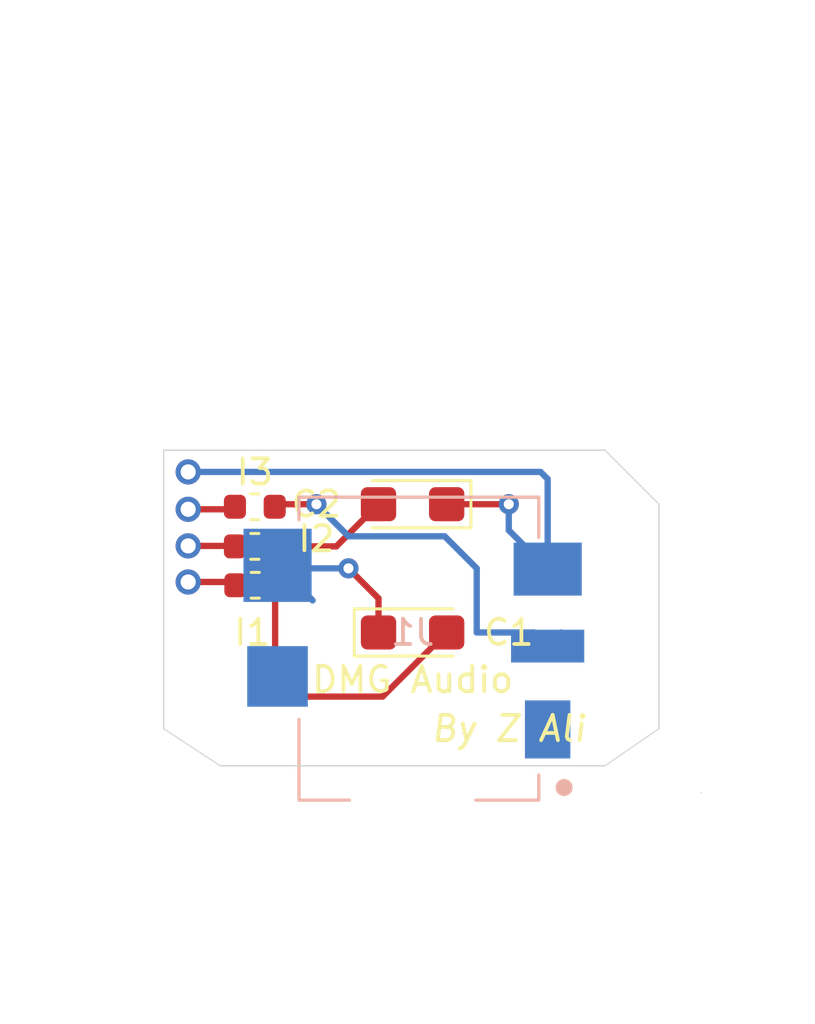
<source format=kicad_pcb>
(kicad_pcb (version 20171130) (host pcbnew "(5.1.6)-1")

  (general
    (thickness 1.6)
    (drawings 10)
    (tracks 45)
    (zones 0)
    (modules 9)
    (nets 1)
  )

  (page A4)
  (layers
    (0 F.Cu signal)
    (31 B.Cu signal)
    (32 B.Adhes user)
    (33 F.Adhes user)
    (34 B.Paste user)
    (35 F.Paste user)
    (36 B.SilkS user)
    (37 F.SilkS user)
    (38 B.Mask user)
    (39 F.Mask user)
    (40 Dwgs.User user)
    (41 Cmts.User user)
    (42 Eco1.User user)
    (43 Eco2.User user)
    (44 Edge.Cuts user)
    (45 Margin user)
    (46 B.CrtYd user)
    (47 F.CrtYd user)
    (48 B.Fab user)
    (49 F.Fab user)
  )

  (setup
    (last_trace_width 0.25)
    (trace_clearance 0.2)
    (zone_clearance 0.508)
    (zone_45_only no)
    (trace_min 0.2)
    (via_size 0.8)
    (via_drill 0.4)
    (via_min_size 0.4)
    (via_min_drill 0.3)
    (uvia_size 0.3)
    (uvia_drill 0.1)
    (uvias_allowed no)
    (uvia_min_size 0.2)
    (uvia_min_drill 0.1)
    (edge_width 0.05)
    (segment_width 0.2)
    (pcb_text_width 0.3)
    (pcb_text_size 1.5 1.5)
    (mod_edge_width 0.12)
    (mod_text_size 1 1)
    (mod_text_width 0.15)
    (pad_size 2.4 2.4)
    (pad_drill 0)
    (pad_to_mask_clearance 0.05)
    (aux_axis_origin 0 0)
    (grid_origin 104.14 52.07)
    (visible_elements 7FFFFFFF)
    (pcbplotparams
      (layerselection 0x3fff3_ffffffff)
      (usegerberextensions false)
      (usegerberattributes true)
      (usegerberadvancedattributes true)
      (creategerberjobfile true)
      (excludeedgelayer true)
      (linewidth 0.100000)
      (plotframeref false)
      (viasonmask false)
      (mode 1)
      (useauxorigin false)
      (hpglpennumber 1)
      (hpglpenspeed 20)
      (hpglpendiameter 15.000000)
      (psnegative false)
      (psa4output false)
      (plotreference true)
      (plotvalue true)
      (plotinvisibletext false)
      (padsonsilk false)
      (subtractmaskfromsilk false)
      (outputformat 1)
      (mirror false)
      (drillshape 0)
      (scaleselection 1)
      (outputdirectory "gerber_DMG_Audio/"))
  )

  (net 0 "")

  (net_class Default "This is the default net class."
    (clearance 0.2)
    (trace_width 0.25)
    (via_dia 0.8)
    (via_drill 0.4)
    (uvia_dia 0.3)
    (uvia_drill 0.1)
  )

  (module SJ1-3515-SMT:CUI_SJ1-3515-SMT (layer B.Cu) (tedit 5F887555) (tstamp 5F88CECB)
    (at 118.11 60.56 90)
    (fp_text reference J1 (at 2.14 0) (layer B.SilkS)
      (effects (font (size 1.00022 1.00022) (thickness 0.15)) (justify mirror))
    )
    (fp_text value CUI_SJ1-3515-SMT (at 5.66222 -8.63841 270) (layer B.Fab)
      (effects (font (size 1.000394 1.000394) (thickness 0.015)) (justify mirror))
    )
    (fp_line (start -4.5 2.5) (end -7.5 2.5) (layer B.Fab) (width 0.127))
    (fp_line (start -7.5 2.5) (end -7.5 -2.5) (layer B.Fab) (width 0.127))
    (fp_line (start -7.5 -2.5) (end -4.5 -2.5) (layer B.Fab) (width 0.127))
    (fp_line (start -4.5 -2.5) (end -4.5 -4.5) (layer B.Fab) (width 0.127))
    (fp_line (start -4.5 -4.5) (end 7.5 -4.5) (layer B.Fab) (width 0.127))
    (fp_line (start 7.5 -4.5) (end 7.5 5) (layer B.Fab) (width 0.127))
    (fp_line (start 7.5 5) (end -4.5 5) (layer B.Fab) (width 0.127))
    (fp_line (start -4.5 5) (end -4.5 2.5) (layer B.Fab) (width 0.127))
    (fp_line (start -3.5 5) (end -4.5 5) (layer B.SilkS) (width 0.127))
    (fp_line (start -4.5 5) (end -4.5 2.5) (layer B.SilkS) (width 0.127))
    (fp_line (start -1.3 -4.5) (end -4.5 -4.5) (layer B.SilkS) (width 0.127))
    (fp_line (start -4.5 -4.5) (end -4.5 -2.5) (layer B.SilkS) (width 0.127))
    (fp_line (start 5.9 5) (end 7.5 5) (layer B.SilkS) (width 0.127))
    (fp_line (start 7.5 5) (end 7.5 -4.5) (layer B.SilkS) (width 0.127))
    (fp_line (start 7.5 -4.5) (end 6.6 -4.5) (layer B.SilkS) (width 0.127))
    (fp_line (start 7.75 6.95) (end -4.75 6.95) (layer B.CrtYd) (width 0.05))
    (fp_line (start -4.75 6.95) (end -4.75 2.75) (layer B.CrtYd) (width 0.05))
    (fp_line (start -4.75 2.75) (end -7.75 2.75) (layer B.CrtYd) (width 0.05))
    (fp_line (start -7.75 2.75) (end -7.75 -2.75) (layer B.CrtYd) (width 0.05))
    (fp_line (start -7.75 -2.75) (end -4.75 -2.75) (layer B.CrtYd) (width 0.05))
    (fp_line (start -4.75 -2.75) (end -4.75 -6.95) (layer B.CrtYd) (width 0.05))
    (fp_line (start -4.75 -6.95) (end 7.75 -6.95) (layer B.CrtYd) (width 0.05))
    (fp_line (start 7.75 -6.95) (end 7.75 6.95) (layer B.CrtYd) (width 0.05))
    (fp_circle (center -4 6) (end -3.83 6) (layer B.SilkS) (width 0.34))
    (pad 11 smd rect (at 1.6 5.35 90) (size 1.3 2.9) (layers B.Cu B.Paste B.Mask))
    (pad 3 smd rect (at 4.65 5.35 90) (size 2.1 2.7) (layers B.Cu B.Paste B.Mask))
    (pad 10 smd rect (at 0.4 -5.35 90) (size 2.4 2.4) (layers B.Cu B.Paste B.Mask))
    (pad 2 smd rect (at 4.8 -5.35 90) (size 2.9 2.7) (layers B.Cu B.Paste B.Mask))
    (pad 1 smd rect (at -1.7 5.35 90) (size 2.3 1.8) (layers B.Cu B.Paste B.Mask))
    (pad None np_thru_hole circle (at 4.5 0 90) (size 1.6 1.6) (drill 1.6) (layers *.Cu *.Mask))
    (pad None np_thru_hole circle (at -1.5 0 90) (size 1.6 1.6) (drill 1.6) (layers *.Cu *.Mask))
  )

  (module Connector_Wire:SolderWire-0.1sqmm_1x04_P3.6mm_D0.4mm_OD1mm (layer F.Cu) (tedit 5F7DEA8C) (tstamp 5F64E5D8)
    (at 111.76 48.26 270)
    (descr "Soldered wire connection, for 4 times 0.1 mm² wires, basic insulation, conductor diameter 0.4mm, outer diameter 1mm, size source Multi-Contact FLEXI-E 0.1 (https://ec.staubli.com/AcroFiles/Catalogues/TM_Cab-Main-11014119_(en)_hi.pdf), bend radius 3 times outer diameter, generated with kicad-footprint-generator")
    (tags "connector wire 0.1sqmm")
    (attr virtual)
    (fp_text reference P1 (at 0 -2 270) (layer F.SilkS) hide
      (effects (font (size 1 1) (thickness 0.15)))
    )
    (fp_text value SolderWire-0.1sqmm_1x04_P3.6mm_D0.4mm_OD1mm (at 5.4 6.35 270) (layer F.Fab)
      (effects (font (size 1 1) (thickness 0.15)))
    )
    (fp_circle (center 8.16 2.54) (end 8.66 2.54) (layer F.Fab) (width 0.1))
    (fp_circle (center 6.73 2.54) (end 7.23 2.54) (layer F.Fab) (width 0.1))
    (fp_circle (center 5.28 2.54) (end 5.78 2.54) (layer F.Fab) (width 0.1))
    (fp_circle (center 3.8 2.54) (end 4.3 2.54) (layer F.Fab) (width 0.1))
    (pad 4 thru_hole circle (at 8.16 2.54 270) (size 1 1) (drill 0.6) (layers *.Cu *.Mask))
    (pad 3 thru_hole circle (at 6.73 2.54 270) (size 1 1) (drill 0.6) (layers *.Cu *.Mask))
    (pad 2 thru_hole circle (at 5.28 2.54 270) (size 1 1) (drill 0.6) (layers *.Cu *.Mask))
    (pad 1 thru_hole circle (at 3.8 2.54 270) (size 1 1) (drill 0.6) (layers *.Cu *.Mask))
    (model ${KISYS3DMOD}/Connector_Wire.3dshapes/SolderWire-0.1sqmm_1x04_P3.6mm_D0.4mm_OD1mm.wrl
      (at (xyz 0 0 0))
      (scale (xyz 1 1 1))
      (rotate (xyz 0 0 0))
    )
  )

  (module Capacitor_Tantalum_SMD:CP_EIA-3216-10_Kemet-I (layer F.Cu) (tedit 5B301BBE) (tstamp 5F6503BA)
    (at 118.11 53.34 180)
    (descr "Tantalum Capacitor SMD Kemet-I (3216-10 Metric), IPC_7351 nominal, (Body size from: http://www.kemet.com/Lists/ProductCatalog/Attachments/253/KEM_TC101_STD.pdf), generated with kicad-footprint-generator")
    (tags "capacitor tantalum")
    (attr smd)
    (fp_text reference C2 (at 3.81 0) (layer F.SilkS)
      (effects (font (size 1 1) (thickness 0.15)))
    )
    (fp_text value CP_EIA-3216-10_Kemet-I (at 0 1.75) (layer F.Fab)
      (effects (font (size 1 1) (thickness 0.15)))
    )
    (fp_line (start 2.3 1.05) (end -2.3 1.05) (layer F.CrtYd) (width 0.05))
    (fp_line (start 2.3 -1.05) (end 2.3 1.05) (layer F.CrtYd) (width 0.05))
    (fp_line (start -2.3 -1.05) (end 2.3 -1.05) (layer F.CrtYd) (width 0.05))
    (fp_line (start -2.3 1.05) (end -2.3 -1.05) (layer F.CrtYd) (width 0.05))
    (fp_line (start -2.31 0.935) (end 1.6 0.935) (layer F.SilkS) (width 0.12))
    (fp_line (start -2.31 -0.935) (end -2.31 0.935) (layer F.SilkS) (width 0.12))
    (fp_line (start 1.6 -0.935) (end -2.31 -0.935) (layer F.SilkS) (width 0.12))
    (fp_line (start 1.6 0.8) (end 1.6 -0.8) (layer F.Fab) (width 0.1))
    (fp_line (start -1.6 0.8) (end 1.6 0.8) (layer F.Fab) (width 0.1))
    (fp_line (start -1.6 -0.4) (end -1.6 0.8) (layer F.Fab) (width 0.1))
    (fp_line (start -1.2 -0.8) (end -1.6 -0.4) (layer F.Fab) (width 0.1))
    (fp_line (start 1.6 -0.8) (end -1.2 -0.8) (layer F.Fab) (width 0.1))
    (fp_text user %R (at 0 0) (layer F.Fab)
      (effects (font (size 0.8 0.8) (thickness 0.12)))
    )
    (pad 1 smd roundrect (at -1.35 0 180) (size 1.4 1.35) (layers F.Cu F.Paste F.Mask) (roundrect_rratio 0.185185))
    (pad 2 smd roundrect (at 1.35 0 180) (size 1.4 1.35) (layers F.Cu F.Paste F.Mask) (roundrect_rratio 0.185185))
    (model ${KISYS3DMOD}/Capacitor_Tantalum_SMD.3dshapes/CP_EIA-3216-10_Kemet-I.wrl
      (at (xyz 0 0 0))
      (scale (xyz 1 1 1))
      (rotate (xyz 0 0 0))
    )
  )

  (module Capacitor_Tantalum_SMD:CP_EIA-3216-10_Kemet-I (layer F.Cu) (tedit 5B301BBE) (tstamp 5F650236)
    (at 118.11 58.42)
    (descr "Tantalum Capacitor SMD Kemet-I (3216-10 Metric), IPC_7351 nominal, (Body size from: http://www.kemet.com/Lists/ProductCatalog/Attachments/253/KEM_TC101_STD.pdf), generated with kicad-footprint-generator")
    (tags "capacitor tantalum")
    (attr smd)
    (fp_text reference C1 (at 3.81 0) (layer F.SilkS)
      (effects (font (size 1 1) (thickness 0.15)))
    )
    (fp_text value CP_EIA-3216-10_Kemet-I (at 0 6.35) (layer F.Fab)
      (effects (font (size 1 1) (thickness 0.15)))
    )
    (fp_line (start 2.3 1.05) (end -2.3 1.05) (layer F.CrtYd) (width 0.05))
    (fp_line (start 2.3 -1.05) (end 2.3 1.05) (layer F.CrtYd) (width 0.05))
    (fp_line (start -2.3 -1.05) (end 2.3 -1.05) (layer F.CrtYd) (width 0.05))
    (fp_line (start -2.3 1.05) (end -2.3 -1.05) (layer F.CrtYd) (width 0.05))
    (fp_line (start -2.31 0.935) (end 1.6 0.935) (layer F.SilkS) (width 0.12))
    (fp_line (start -2.31 -0.935) (end -2.31 0.935) (layer F.SilkS) (width 0.12))
    (fp_line (start 1.6 -0.935) (end -2.31 -0.935) (layer F.SilkS) (width 0.12))
    (fp_line (start 1.6 0.8) (end 1.6 -0.8) (layer F.Fab) (width 0.1))
    (fp_line (start -1.6 0.8) (end 1.6 0.8) (layer F.Fab) (width 0.1))
    (fp_line (start -1.6 -0.4) (end -1.6 0.8) (layer F.Fab) (width 0.1))
    (fp_line (start -1.2 -0.8) (end -1.6 -0.4) (layer F.Fab) (width 0.1))
    (fp_line (start 1.6 -0.8) (end -1.2 -0.8) (layer F.Fab) (width 0.1))
    (fp_text user %R (at 0 0) (layer F.Fab)
      (effects (font (size 0.8 0.8) (thickness 0.12)))
    )
    (pad 2 smd roundrect (at 1.35 0) (size 1.4 1.35) (layers F.Cu F.Paste F.Mask) (roundrect_rratio 0.185185))
    (pad 1 smd roundrect (at -1.35 0) (size 1.4 1.35) (layers F.Cu F.Paste F.Mask) (roundrect_rratio 0.185185))
    (model ${KISYS3DMOD}/Capacitor_Tantalum_SMD.3dshapes/CP_EIA-3216-10_Kemet-I.wrl
      (at (xyz 0 0 0))
      (scale (xyz 1 1 1))
      (rotate (xyz 0 0 0))
    )
  )

  (module MountingHole:MountingHole_2.5mm (layer F.Cu) (tedit 56D1B4CB) (tstamp 5F650AA0)
    (at 126 60.96)
    (descr "Mounting Hole 2.5mm, no annular")
    (tags "mounting hole 2.5mm no annular")
    (attr virtual)
    (fp_text reference M2 (at 2.54 2.54) (layer F.SilkS) hide
      (effects (font (size 1 1) (thickness 0.15)))
    )
    (fp_text value MountingHole_2.5mm (at 0 3.5) (layer F.Fab)
      (effects (font (size 1 1) (thickness 0.15)))
    )
    (fp_circle (center 0 0) (end 2.75 0) (layer F.CrtYd) (width 0.05))
    (fp_circle (center 0 0) (end 2.5 0) (layer Cmts.User) (width 0.15))
    (fp_text user %R (at 0.3 0) (layer F.Fab)
      (effects (font (size 1 1) (thickness 0.15)))
    )
    (pad 1 np_thru_hole circle (at 0 0) (size 2.5 2.5) (drill 2.5) (layers *.Cu *.Mask))
  )

  (module MountingHole:MountingHole_2.5mm (layer F.Cu) (tedit 56D1B4CB) (tstamp 5F650A7C)
    (at 109.82 60.97)
    (descr "Mounting Hole 2.5mm, no annular")
    (tags "mounting hole 2.5mm no annular")
    (attr virtual)
    (fp_text reference M1 (at -2.54 2.54) (layer F.SilkS) hide
      (effects (font (size 1 1) (thickness 0.15)))
    )
    (fp_text value MountingHole_2.5mm (at 0 3.5) (layer F.Fab)
      (effects (font (size 1 1) (thickness 0.15)))
    )
    (fp_circle (center 0 0) (end 2.75 0) (layer F.CrtYd) (width 0.05))
    (fp_circle (center 0 0) (end 2.5 0) (layer Cmts.User) (width 0.15))
    (fp_text user %R (at 0.3 0) (layer F.Fab)
      (effects (font (size 1 1) (thickness 0.15)))
    )
    (pad 1 np_thru_hole circle (at 0 0) (size 2.5 2.5) (drill 2.5) (layers *.Cu *.Mask))
  )

  (module Inductor_SMD:L_0603_1608Metric (layer F.Cu) (tedit 5B301BBE) (tstamp 5F64E89F)
    (at 111.86 55.01)
    (descr "Inductor SMD 0603 (1608 Metric), square (rectangular) end terminal, IPC_7351 nominal, (Body size source: http://www.tortai-tech.com/upload/download/2011102023233369053.pdf), generated with kicad-footprint-generator")
    (tags inductor)
    (attr smd)
    (fp_text reference I3 (at 0 -2.94 180) (layer F.SilkS)
      (effects (font (size 1 1) (thickness 0.15)))
    )
    (fp_text value L_0603_1608Metric (at 0 1.43 180) (layer F.Fab)
      (effects (font (size 1 1) (thickness 0.15)))
    )
    (fp_line (start -0.8 0.4) (end -0.8 -0.4) (layer F.Fab) (width 0.1))
    (fp_line (start -0.8 -0.4) (end 0.8 -0.4) (layer F.Fab) (width 0.1))
    (fp_line (start 0.8 -0.4) (end 0.8 0.4) (layer F.Fab) (width 0.1))
    (fp_line (start 0.8 0.4) (end -0.8 0.4) (layer F.Fab) (width 0.1))
    (fp_line (start -0.162779 -0.51) (end 0.162779 -0.51) (layer F.SilkS) (width 0.12))
    (fp_line (start -0.162779 0.51) (end 0.162779 0.51) (layer F.SilkS) (width 0.12))
    (fp_line (start -1.48 0.73) (end -1.48 -0.73) (layer F.CrtYd) (width 0.05))
    (fp_line (start -1.48 -0.73) (end 1.48 -0.73) (layer F.CrtYd) (width 0.05))
    (fp_line (start 1.48 -0.73) (end 1.48 0.73) (layer F.CrtYd) (width 0.05))
    (fp_line (start 1.48 0.73) (end -1.48 0.73) (layer F.CrtYd) (width 0.05))
    (fp_text user %R (at 0 0 180) (layer F.Fab)
      (effects (font (size 0.4 0.4) (thickness 0.06)))
    )
    (pad 1 smd roundrect (at -0.7875 0) (size 0.875 0.95) (layers F.Cu F.Paste F.Mask) (roundrect_rratio 0.25))
    (pad 2 smd roundrect (at 0.7875 0) (size 0.875 0.95) (layers F.Cu F.Paste F.Mask) (roundrect_rratio 0.25))
    (model ${KISYS3DMOD}/Inductor_SMD.3dshapes/L_0603_1608Metric.wrl
      (at (xyz 0 0 0))
      (scale (xyz 1 1 1))
      (rotate (xyz 0 0 0))
    )
  )

  (module Inductor_SMD:L_0603_1608Metric (layer F.Cu) (tedit 5B301BBE) (tstamp 5F648A4B)
    (at 111.86 53.44)
    (descr "Inductor SMD 0603 (1608 Metric), square (rectangular) end terminal, IPC_7351 nominal, (Body size source: http://www.tortai-tech.com/upload/download/2011102023233369053.pdf), generated with kicad-footprint-generator")
    (tags inductor)
    (attr smd)
    (fp_text reference I2 (at 2.44 1.27) (layer F.SilkS)
      (effects (font (size 1 1) (thickness 0.15)))
    )
    (fp_text value L_0603_1608Metric (at 0 1.43) (layer F.Fab)
      (effects (font (size 1 1) (thickness 0.15)))
    )
    (fp_line (start 1.48 0.73) (end -1.48 0.73) (layer F.CrtYd) (width 0.05))
    (fp_line (start 1.48 -0.73) (end 1.48 0.73) (layer F.CrtYd) (width 0.05))
    (fp_line (start -1.48 -0.73) (end 1.48 -0.73) (layer F.CrtYd) (width 0.05))
    (fp_line (start -1.48 0.73) (end -1.48 -0.73) (layer F.CrtYd) (width 0.05))
    (fp_line (start -0.162779 0.51) (end 0.162779 0.51) (layer F.SilkS) (width 0.12))
    (fp_line (start -0.162779 -0.51) (end 0.162779 -0.51) (layer F.SilkS) (width 0.12))
    (fp_line (start 0.8 0.4) (end -0.8 0.4) (layer F.Fab) (width 0.1))
    (fp_line (start 0.8 -0.4) (end 0.8 0.4) (layer F.Fab) (width 0.1))
    (fp_line (start -0.8 -0.4) (end 0.8 -0.4) (layer F.Fab) (width 0.1))
    (fp_line (start -0.8 0.4) (end -0.8 -0.4) (layer F.Fab) (width 0.1))
    (fp_text user %R (at 0 0) (layer F.Fab)
      (effects (font (size 0.4 0.4) (thickness 0.06)))
    )
    (pad 1 smd roundrect (at -0.7875 0) (size 0.875 0.95) (layers F.Cu F.Paste F.Mask) (roundrect_rratio 0.25))
    (pad 2 smd roundrect (at 0.7875 0) (size 0.875 0.95) (layers F.Cu F.Paste F.Mask) (roundrect_rratio 0.25))
    (model ${KISYS3DMOD}/Inductor_SMD.3dshapes/L_0603_1608Metric.wrl
      (at (xyz 0 0 0))
      (scale (xyz 1 1 1))
      (rotate (xyz 0 0 0))
    )
  )

  (module Inductor_SMD:L_0603_1608Metric (layer F.Cu) (tedit 5B301BBE) (tstamp 5F6489FA)
    (at 111.8775 56.55 180)
    (descr "Inductor SMD 0603 (1608 Metric), square (rectangular) end terminal, IPC_7351 nominal, (Body size source: http://www.tortai-tech.com/upload/download/2011102023233369053.pdf), generated with kicad-footprint-generator")
    (tags inductor)
    (attr smd)
    (fp_text reference I1 (at 0.1175 -1.87) (layer F.SilkS)
      (effects (font (size 1 1) (thickness 0.15)))
    )
    (fp_text value L_0603_1608Metric (at 0 1.43) (layer F.Fab)
      (effects (font (size 1 1) (thickness 0.15)))
    )
    (fp_line (start -0.8 0.4) (end -0.8 -0.4) (layer F.Fab) (width 0.1))
    (fp_line (start -0.8 -0.4) (end 0.8 -0.4) (layer F.Fab) (width 0.1))
    (fp_line (start 0.8 -0.4) (end 0.8 0.4) (layer F.Fab) (width 0.1))
    (fp_line (start 0.8 0.4) (end -0.8 0.4) (layer F.Fab) (width 0.1))
    (fp_line (start -0.162779 -0.51) (end 0.162779 -0.51) (layer F.SilkS) (width 0.12))
    (fp_line (start -0.162779 0.51) (end 0.162779 0.51) (layer F.SilkS) (width 0.12))
    (fp_line (start -1.48 0.73) (end -1.48 -0.73) (layer F.CrtYd) (width 0.05))
    (fp_line (start -1.48 -0.73) (end 1.48 -0.73) (layer F.CrtYd) (width 0.05))
    (fp_line (start 1.48 -0.73) (end 1.48 0.73) (layer F.CrtYd) (width 0.05))
    (fp_line (start 1.48 0.73) (end -1.48 0.73) (layer F.CrtYd) (width 0.05))
    (fp_text user %R (at 0 0) (layer F.Fab)
      (effects (font (size 0.4 0.4) (thickness 0.06)))
    )
    (pad 2 smd roundrect (at 0.7875 0 180) (size 0.875 0.95) (layers F.Cu F.Paste F.Mask) (roundrect_rratio 0.25))
    (pad 1 smd roundrect (at -0.7875 0 180) (size 0.875 0.95) (layers F.Cu F.Paste F.Mask) (roundrect_rratio 0.25))
    (model ${KISYS3DMOD}/Inductor_SMD.3dshapes/L_0603_1608Metric.wrl
      (at (xyz 0 0 0))
      (scale (xyz 1 1 1))
      (rotate (xyz 0 0 0))
    )
  )

  (gr_text "By Z Ali" (at 121.92 62.23) (layer F.SilkS)
    (effects (font (size 1 1) (thickness 0.15) italic))
  )
  (gr_text "DMG Audio" (at 118.11 60.29) (layer F.SilkS)
    (effects (font (size 1 1) (thickness 0.15)))
  )
  (gr_line (start 108.25 62.23) (end 110.49 63.7) (layer Edge.Cuts) (width 0.05) (tstamp 5F887CF8))
  (gr_line (start 127.87 62.23) (end 125.73 63.7) (layer Edge.Cuts) (width 0.05) (tstamp 5F887CEF))
  (gr_line (start 125.73 51.2) (end 127.87 53.34) (layer Edge.Cuts) (width 0.05) (tstamp 5F887CA9))
  (gr_line (start 108.25 62.23) (end 108.25 51.2) (layer Edge.Cuts) (width 0.05) (tstamp 5F7508E0))
  (gr_line (start 125.73 63.7) (end 110.49 63.7) (layer Edge.Cuts) (width 0.05))
  (gr_line (start 127.87 53.34) (end 127.87 62.23) (layer Edge.Cuts) (width 0.05))
  (gr_line (start 108.25 51.2) (end 125.73 51.2) (layer Edge.Cuts) (width 0.05))
  (gr_line (start 129.54 64.77) (end 129.54 64.77) (layer Edge.Cuts) (width 0.05))

  (segment (start 109.22 53.34) (end 109.22 53.54) (width 0.25) (layer B.Cu) (net 0))
  (segment (start 115.09 55.01) (end 116.76 53.34) (width 0.25) (layer F.Cu) (net 0))
  (segment (start 112.6475 55.01) (end 115.09 55.01) (width 0.25) (layer F.Cu) (net 0))
  (segment (start 110.9725 53.54) (end 111.0725 53.44) (width 0.25) (layer F.Cu) (net 0))
  (segment (start 109.22 53.54) (end 110.9725 53.54) (width 0.25) (layer F.Cu) (net 0))
  (segment (start 111.0525 54.99) (end 111.0725 55.01) (width 0.25) (layer F.Cu) (net 0))
  (segment (start 109.22 54.99) (end 111.0525 54.99) (width 0.25) (layer F.Cu) (net 0))
  (segment (start 110.96 56.42) (end 111.09 56.55) (width 0.25) (layer F.Cu) (net 0))
  (segment (start 109.22 56.42) (end 110.96 56.42) (width 0.25) (layer F.Cu) (net 0))
  (segment (start 123.19 55.64) (end 123.46 55.91) (width 0.25) (layer B.Cu) (net 0))
  (segment (start 113.91 54.61) (end 112.76 55.76) (width 0.25) (layer B.Cu) (net 0))
  (segment (start 123.46 58.96) (end 123.92 58.96) (width 0.25) (layer B.Cu) (net 0))
  (segment (start 109.23 52.07) (end 109.22 52.06) (width 0.25) (layer B.Cu) (net 0))
  (segment (start 123.43 62.23) (end 123.46 62.26) (width 0.25) (layer B.Cu) (net 0))
  (segment (start 113.23 59.69) (end 112.76 60.16) (width 0.25) (layer B.Cu) (net 0))
  (segment (start 124 58.42) (end 123.46 58.96) (width 0.25) (layer B.Cu) (net 0))
  (segment (start 113.03 59.89) (end 112.76 60.16) (width 0.25) (layer B.Cu) (net 0))
  (segment (start 123.46 54.88) (end 123.46 55.91) (width 0.25) (layer B.Cu) (net 0))
  (segment (start 109.22 52.06) (end 123.18 52.06) (width 0.25) (layer B.Cu) (net 0))
  (segment (start 123.46 52.34) (end 123.46 55.91) (width 0.25) (layer B.Cu) (net 0))
  (segment (start 123.18 52.06) (end 123.46 52.34) (width 0.25) (layer B.Cu) (net 0))
  (segment (start 123.46 58.96) (end 123.46 58.69) (width 0.25) (layer B.Cu) (net 0))
  (via (at 114.3 53.34) (size 0.8) (drill 0.4) (layers F.Cu B.Cu) (net 0))
  (segment (start 119.38 54.61) (end 115.57 54.61) (width 0.25) (layer B.Cu) (net 0))
  (segment (start 115.57 54.61) (end 114.3 53.34) (width 0.25) (layer B.Cu) (net 0))
  (segment (start 112.7475 53.34) (end 112.6475 53.44) (width 0.25) (layer F.Cu) (net 0))
  (segment (start 114.3 53.34) (end 112.7475 53.34) (width 0.25) (layer F.Cu) (net 0))
  (segment (start 114.15 57.15) (end 112.76 55.76) (width 0.25) (layer B.Cu) (net 0))
  (segment (start 112.665 56.55) (end 112.665 60.595) (width 0.25) (layer F.Cu) (net 0))
  (segment (start 112.665 60.595) (end 113.03 60.96) (width 0.25) (layer F.Cu) (net 0))
  (segment (start 116.92 60.96) (end 119.46 58.42) (width 0.25) (layer F.Cu) (net 0))
  (segment (start 113.03 60.96) (end 116.92 60.96) (width 0.25) (layer F.Cu) (net 0))
  (via (at 115.57 55.88) (size 0.8) (drill 0.4) (layers F.Cu B.Cu) (net 0))
  (segment (start 116.76 58.42) (end 116.76 57.07) (width 0.25) (layer F.Cu) (net 0))
  (segment (start 116.76 57.07) (end 115.57 55.88) (width 0.25) (layer F.Cu) (net 0))
  (segment (start 112.88 55.88) (end 112.76 55.76) (width 0.25) (layer B.Cu) (net 0))
  (segment (start 115.57 55.88) (end 112.88 55.88) (width 0.25) (layer B.Cu) (net 0))
  (via (at 121.92 53.34) (size 0.8) (drill 0.4) (layers F.Cu B.Cu) (net 0))
  (segment (start 119.46 53.34) (end 121.92 53.34) (width 0.25) (layer F.Cu) (net 0))
  (segment (start 121.92 54.37) (end 123.46 55.91) (width 0.25) (layer B.Cu) (net 0))
  (segment (start 121.92 53.34) (end 121.92 54.37) (width 0.25) (layer B.Cu) (net 0))
  (segment (start 119.38 54.61) (end 120.65 55.88) (width 0.25) (layer B.Cu) (net 0))
  (segment (start 120.65 55.88) (end 120.65 58.42) (width 0.25) (layer B.Cu) (net 0))
  (segment (start 122.92 58.42) (end 123.46 58.96) (width 0.25) (layer B.Cu) (net 0))
  (segment (start 120.65 58.42) (end 122.92 58.42) (width 0.25) (layer B.Cu) (net 0))

)

</source>
